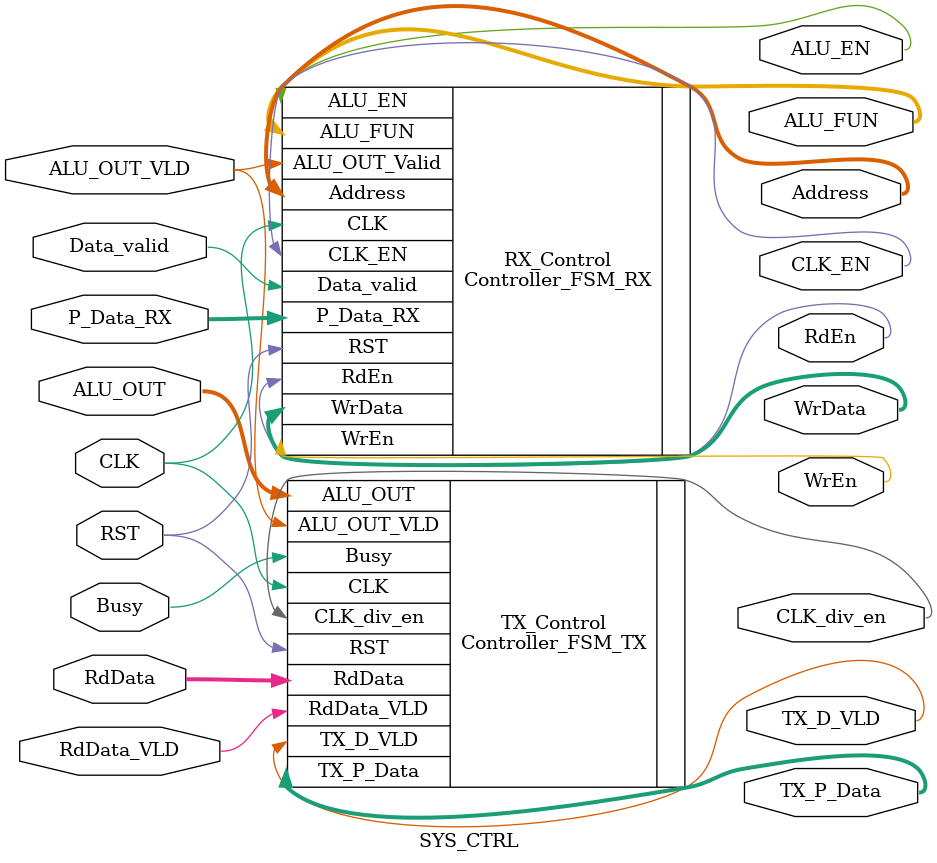
<source format=v>
`include "./Controller/Controller_FSM_RX.v"
`include "./Controller/Controller_FSM_TX.v"

module SYS_CTRL (
    //---------TX Ports---------------//
    input wire ALU_OUT_VLD, RdData_VLD, Busy, CLK, RST,
    input wire [15:0] ALU_OUT,
    input wire [7:0]    RdData,
    output wire [7:0] TX_P_Data,
    output wire TX_D_VLD, CLK_div_en,

    //------------RX Ports-------------//
    input wire Data_valid,
    input wire [7:0] P_Data_RX,
    output wire ALU_EN, CLK_EN, WrEn, RdEn,
    output wire [3:0]    ALU_FUN, Address,
    output wire [7:0]    WrData
);

Controller_FSM_TX TX_Control (
    .ALU_OUT_VLD(ALU_OUT_VLD),
    .RdData_VLD(RdData_VLD),
    .Busy(Busy),
    .CLK(CLK),
    .RST(RST),
    .ALU_OUT(ALU_OUT),
    .RdData(RdData),
    .TX_P_Data(TX_P_Data),
    .TX_D_VLD(TX_D_VLD),
    .CLK_div_en(CLK_div_en)
);

Controller_FSM_RX RX_Control (
    .Data_valid(Data_valid),
    .CLK(CLK),
    .RST(RST),
    .ALU_OUT_Valid(ALU_OUT_VLD),
    .P_Data_RX(P_Data_RX),
    .ALU_EN(ALU_EN),
    .CLK_EN(CLK_EN),
    .WrEn(WrEn),
    .RdEn(RdEn),
    .ALU_FUN(ALU_FUN),
    .Address(Address),
    .WrData(WrData)
);
    
endmodule
</source>
